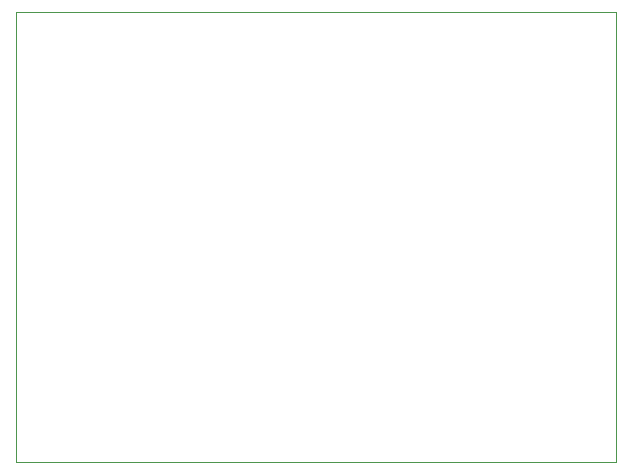
<source format=gbr>
%TF.GenerationSoftware,KiCad,Pcbnew,7.0.1-3b83917a11~172~ubuntu22.04.1*%
%TF.CreationDate,2023-04-03T12:58:31-05:00*%
%TF.ProjectId,adda-blinky,61646461-2d62-46c6-996e-6b792e6b6963,rev?*%
%TF.SameCoordinates,Original*%
%TF.FileFunction,Profile,NP*%
%FSLAX46Y46*%
G04 Gerber Fmt 4.6, Leading zero omitted, Abs format (unit mm)*
G04 Created by KiCad (PCBNEW 7.0.1-3b83917a11~172~ubuntu22.04.1) date 2023-04-03 12:58:31*
%MOMM*%
%LPD*%
G01*
G04 APERTURE LIST*
%TA.AperFunction,Profile*%
%ADD10C,0.100000*%
%TD*%
G04 APERTURE END LIST*
D10*
X88900000Y-38100000D02*
X139700000Y-38100000D01*
X139700000Y-76200000D01*
X88900000Y-76200000D01*
X88900000Y-38100000D01*
M02*

</source>
